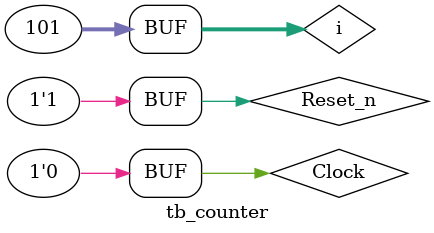
<source format=v>
`timescale 1 ns / 100 ps

module tb_counter();

	parameter n =5;
	parameter k = 20;

	reg Clock, Reset_n;
	integer i;
	
	counter #(.n(5), .k(20)) u_test(.Clock(Clock), .Reset_n(Reset_n), .Q(), .rollover());
	
	initial begin
		Clock = 0;
		Reset_n = 1;
		for (i = 0; i <= 100; i = i + 1) begin
			#5 Clock = 1;
			#5 Clock = 0;
		end
		#5 Reset_n = 0;
		#5 Reset_n = 1;
	end
endmodule
</source>
